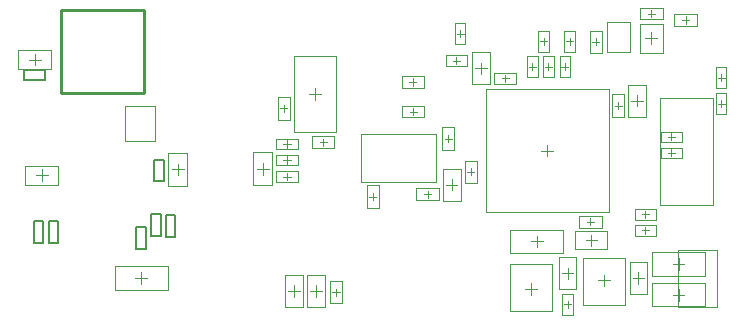
<source format=gbr>
%TF.GenerationSoftware,Altium Limited,Altium Designer,20.2.6 (244)*%
G04 Layer_Color=32768*
%FSLAX45Y45*%
%MOMM*%
%TF.SameCoordinates,BE144905-350C-4E41-9AB6-63F68E724E9C*%
%TF.FilePolarity,Positive*%
%TF.FileFunction,Other,Mechanical_15*%
%TF.Part,Single*%
G01*
G75*
%TA.AperFunction,NonConductor*%
%ADD61C,0.20000*%
%ADD63C,0.10000*%
%ADD76C,0.25400*%
%ADD79C,0.05000*%
D61*
X290000Y2250000D02*
X470000D01*
Y2170000D02*
Y2250000D01*
X290000Y2170000D02*
X470000D01*
X290000D02*
Y2250000D01*
X1320000Y740000D02*
Y920000D01*
X1240000Y740000D02*
X1320000D01*
X1240000D02*
Y920000D01*
X1320000D01*
X1365025Y850000D02*
Y1030000D01*
X1445025D01*
Y850000D02*
Y1030000D01*
X1365025Y850000D02*
X1445025D01*
X1490050Y840000D02*
Y1020000D01*
X1570050D01*
Y840000D02*
Y1020000D01*
X1490050Y840000D02*
X1570050D01*
X580000Y790000D02*
Y970000D01*
X500000Y790000D02*
X580000D01*
X500000D02*
Y970000D01*
X580000D01*
X450000Y790000D02*
Y970000D01*
X370000Y790000D02*
X450000D01*
X370000D02*
Y970000D01*
X450000D01*
X1470000Y1310000D02*
Y1490000D01*
X1390000Y1310000D02*
X1470000D01*
X1390000D02*
Y1490000D01*
X1470000D01*
D63*
X4667475Y1570050D02*
X4767475D01*
X4717475Y1520050D02*
Y1620050D01*
X5830000Y300000D02*
Y400000D01*
X5780000Y350000D02*
X5880000D01*
X4040000Y1390000D02*
X4100000D01*
X4070000Y1360000D02*
Y1420000D01*
X3910000Y1232500D02*
Y1327500D01*
X3862500Y1280000D02*
X3957500D01*
X3676000Y1200000D02*
X3736000D01*
X3706000Y1170000D02*
Y1230000D01*
X3240000Y1150000D02*
Y1210000D01*
X3210000Y1180000D02*
X3270000D01*
X3550000Y2150000D02*
X3610000D01*
X3580000Y2120000D02*
Y2180000D01*
X3552475Y1900000D02*
X3612475D01*
X3582475Y1870000D02*
Y1930000D01*
X3880000Y1640000D02*
Y1700000D01*
X3850000Y1670000D02*
X3910000D01*
X4109975Y2267576D02*
X4204975D01*
X4157475Y2220076D02*
Y2315076D01*
X3947500Y2300000D02*
Y2360000D01*
X3917500Y2330000D02*
X3977500D01*
X3950000Y2560000D02*
X4010000D01*
X3980000Y2530000D02*
Y2590000D01*
X4657475Y2495076D02*
X4717475D01*
X4687475Y2465076D02*
Y2525076D01*
X4562450Y2280051D02*
X4622450D01*
X4592450Y2250051D02*
Y2310051D01*
X4697475Y2280051D02*
X4757475D01*
X4727475Y2250051D02*
Y2310050D01*
X4837384Y2280051D02*
X4897384D01*
X4867384Y2250051D02*
Y2310051D01*
X4877475Y2495077D02*
X4937475D01*
X4907475Y2465077D02*
Y2525077D01*
X5098794Y2490000D02*
X5158794D01*
X5128794Y2460000D02*
Y2520000D01*
X5222500Y2660000D02*
X5417500D01*
Y2405000D02*
Y2660000D01*
X5222500Y2405000D02*
X5417500D01*
X5222500D02*
Y2660000D01*
X5430026Y1992500D02*
X5525026D01*
X5477525Y1945000D02*
Y2040000D01*
X5600000Y2470000D02*
Y2570000D01*
X5550000Y2520000D02*
X5650000D01*
X5890000Y2645041D02*
Y2705041D01*
X5860000Y2675041D02*
X5920000D01*
X6160000Y2187500D02*
X6220000D01*
X6190000Y2157500D02*
Y2217500D01*
X5767500Y1655025D02*
Y1715025D01*
X5737500Y1685025D02*
X5797500D01*
X5770000Y1520000D02*
Y1580000D01*
X5740000Y1550000D02*
X5800000D01*
X5547500Y1000000D02*
Y1060000D01*
X5517500Y1030000D02*
X5577500D01*
X5550000Y864975D02*
Y924975D01*
X5520000Y894975D02*
X5580000D01*
X5084000Y937525D02*
Y997525D01*
X5054000Y967525D02*
X5114000D01*
X5090000Y762500D02*
Y857500D01*
X5042500Y810000D02*
X5137500D01*
X5830000Y560000D02*
Y660000D01*
X5780000Y610000D02*
X5880000D01*
X5442475Y490000D02*
X5537474D01*
X5489975Y442500D02*
Y537500D01*
X5200000Y420000D02*
Y520000D01*
X5150000Y470000D02*
X5250000D01*
X4842500Y530000D02*
X4937500D01*
X4890000Y482500D02*
Y577500D01*
X4860000Y267500D02*
X4920000D01*
X4890000Y237500D02*
Y297500D01*
X4579974Y350000D02*
Y450000D01*
X4529974Y400000D02*
X4629974D01*
X2900000Y370000D02*
X2960000D01*
X2930000Y340000D02*
Y400000D01*
X2712500Y380000D02*
X2807500D01*
X2760000Y332500D02*
Y427500D01*
X2527474Y380000D02*
X2622474D01*
X2574974Y332500D02*
Y427500D01*
X2260000Y1415000D02*
X2360000D01*
X2310000Y1365000D02*
Y1465000D01*
X2230000Y1275000D02*
Y1555000D01*
X2390000Y1275000D02*
Y1555000D01*
X2230000Y1275000D02*
X2390000D01*
X2230000Y1555000D02*
X2390000D01*
X2515025Y1595026D02*
Y1655025D01*
X2485026Y1625025D02*
X2545025D01*
X2515025Y1460000D02*
Y1520000D01*
X2485026Y1490000D02*
X2545025D01*
X2515025Y1320000D02*
Y1380000D01*
X2485026Y1350000D02*
X2545025D01*
X2820000Y1610000D02*
Y1670000D01*
X2790000Y1640000D02*
X2850000D01*
X2457475Y1926000D02*
X2517475D01*
X2487475Y1896000D02*
Y1956000D01*
X380000Y2290000D02*
Y2390000D01*
X330000Y2340000D02*
X430000D01*
X240000Y2260000D02*
X520000D01*
X240000Y2420000D02*
X520000D01*
Y2260000D02*
Y2420000D01*
X240000Y2260000D02*
Y2420000D01*
X1280000Y440000D02*
Y540000D01*
X1230000Y490000D02*
X1330000D01*
X440000Y1309975D02*
Y1409975D01*
X390000Y1359975D02*
X490000D01*
X300000Y1279975D02*
X580000D01*
X300000Y1439975D02*
X580000D01*
Y1279975D02*
Y1439975D01*
X300000Y1279975D02*
Y1439975D01*
X1540025Y1410000D02*
X1640025D01*
X1590025Y1360000D02*
Y1460000D01*
X1510025Y1270000D02*
Y1550000D01*
X1670025Y1270000D02*
Y1550000D01*
X1510025Y1270000D02*
X1670025D01*
X1510025Y1550000D02*
X1670025D01*
X1145000Y1950000D02*
X1395000D01*
X1145000Y1650000D02*
Y1950000D01*
Y1650000D02*
X1395000D01*
Y1950000D01*
X3140000Y1307525D02*
X3780000D01*
X3140000D02*
Y1713925D01*
X3780000D01*
Y1307525D02*
Y1713925D01*
X5600000Y2700000D02*
Y2760000D01*
X5570000Y2730000D02*
X5630000D01*
X6190000Y1937500D02*
Y1997500D01*
X6160000Y1967500D02*
X6220000D01*
X5320000Y1920000D02*
Y1980000D01*
X5290000Y1950000D02*
X5350000D01*
X2700000Y2050000D02*
X2800000D01*
X2750000Y2000000D02*
Y2100000D01*
X4580000Y800000D02*
X4680000D01*
X4630000Y750000D02*
Y850000D01*
X4331475Y2180051D02*
X4391475D01*
X4361475Y2150051D02*
Y2210050D01*
D76*
X600000Y2760000D02*
X1300000D01*
Y2060000D02*
Y2760000D01*
X600000Y2060000D02*
X1300000D01*
X600000D02*
Y2760000D01*
D79*
X4197475Y1050050D02*
Y2090050D01*
X5237475Y1050050D02*
Y2090050D01*
X4197475D02*
X5237475D01*
X4197475Y1050050D02*
X5237475D01*
X5605000Y450000D02*
X6055000D01*
X5605000Y250000D02*
X6055000D01*
X5605000D02*
Y450000D01*
X6055000Y250000D02*
Y450000D01*
X6155100Y248700D02*
Y731300D01*
X5824900D02*
X6155100D01*
X5824900Y248700D02*
Y731300D01*
Y248700D02*
X6155100D01*
X4020000Y1295000D02*
Y1485000D01*
X4120000Y1295000D02*
Y1485000D01*
X4020000Y1295000D02*
X4120000D01*
X4020000Y1485000D02*
X4120000D01*
X3835000Y1145000D02*
X3985000D01*
X3835000Y1415000D02*
X3985000D01*
X3835000Y1145000D02*
Y1415000D01*
X3985000Y1145000D02*
Y1415000D01*
X3611000Y1150000D02*
Y1250000D01*
X3801000Y1150000D02*
Y1250000D01*
X3611000D02*
X3801000D01*
X3611000Y1150000D02*
X3801000D01*
X3190000Y1085000D02*
X3290000D01*
X3190000Y1275000D02*
X3290000D01*
X3190000Y1085000D02*
Y1275000D01*
X3290000Y1085000D02*
Y1275000D01*
X3485000Y2100000D02*
Y2200000D01*
X3675000Y2100000D02*
Y2200000D01*
X3485000D02*
X3675000D01*
X3485000Y2100000D02*
X3675000D01*
X3487475Y1850000D02*
Y1950000D01*
X3677475Y1850000D02*
Y1950000D01*
X3487475D02*
X3677475D01*
X3487475Y1850000D02*
X3677475D01*
X3830000Y1765000D02*
X3930000D01*
X3830000Y1575000D02*
X3930000D01*
Y1765000D01*
X3830000Y1575000D02*
Y1765000D01*
X4082475Y2132576D02*
Y2402576D01*
X4232475Y2132576D02*
Y2402576D01*
X4082475Y2132576D02*
X4232475D01*
X4082475Y2402576D02*
X4232475D01*
X3857500Y2375000D02*
X4037500D01*
X3857500Y2285000D02*
X4037500D01*
X3857500D02*
Y2375000D01*
X4037500Y2285000D02*
Y2375000D01*
X3935000Y2470000D02*
Y2650000D01*
X4025000Y2470000D02*
Y2650000D01*
X3935000Y2470000D02*
X4025000D01*
X3935000Y2650000D02*
X4025000D01*
X4732475Y2405076D02*
Y2585076D01*
X4642475Y2405076D02*
Y2585076D01*
X4732475D01*
X4642475Y2405076D02*
X4732475D01*
X4547450Y2190051D02*
Y2370051D01*
X4637450Y2190051D02*
Y2370051D01*
X4547450Y2190051D02*
X4637450D01*
X4547450Y2370051D02*
X4637450D01*
X4682475Y2190050D02*
Y2370051D01*
X4772475Y2190050D02*
Y2370051D01*
X4682475Y2190050D02*
X4772475D01*
X4682475Y2370051D02*
X4772475D01*
X4822384Y2190051D02*
Y2370051D01*
X4912384Y2190051D02*
Y2370051D01*
X4822384Y2190051D02*
X4912384D01*
X4822384Y2370051D02*
X4912384D01*
X4952475Y2405077D02*
Y2585077D01*
X4862475Y2405077D02*
Y2585077D01*
X4952475D01*
X4862475Y2405077D02*
X4952475D01*
X5078794Y2395000D02*
Y2585000D01*
X5178794Y2395000D02*
Y2585000D01*
X5078794Y2395000D02*
X5178794D01*
X5078794Y2585000D02*
X5178794D01*
X5552526Y1857500D02*
Y2127500D01*
X5402526Y1857500D02*
Y2127500D01*
X5552526D01*
X5402526Y1857500D02*
X5552526D01*
X5500000Y2397500D02*
X5700000D01*
X5500000Y2642500D02*
X5700000D01*
X5500000Y2397500D02*
Y2642500D01*
X5700000Y2397500D02*
Y2642500D01*
X5795000Y2725041D02*
X5985000D01*
X5795000Y2625041D02*
X5985000D01*
X5795000D02*
Y2725041D01*
X5985000Y2625041D02*
Y2725041D01*
X6145000Y2097500D02*
Y2277500D01*
X6235000Y2097500D02*
Y2277500D01*
X6145000Y2097500D02*
X6235000D01*
X6145000Y2277500D02*
X6235000D01*
X5677500Y1640025D02*
X5857500D01*
X5677500Y1730025D02*
X5857500D01*
Y1640025D02*
Y1730025D01*
X5677500Y1640025D02*
Y1730025D01*
X5680000Y1505000D02*
X5860000D01*
X5680000Y1595000D02*
X5860000D01*
Y1505000D02*
Y1595000D01*
X5680000Y1505000D02*
Y1595000D01*
X5457500Y1075000D02*
X5637500D01*
X5457500Y985000D02*
X5637500D01*
X5457500D02*
Y1075000D01*
X5637500Y985000D02*
Y1075000D01*
X5460000Y939975D02*
X5640000D01*
X5460000Y849975D02*
X5640000D01*
X5460000D02*
Y939975D01*
X5640000Y849975D02*
Y939975D01*
X4989000Y917525D02*
X5179000D01*
X4989000Y1017525D02*
X5179000D01*
Y917525D02*
Y1017525D01*
X4989000Y917525D02*
Y1017525D01*
X4955000Y735000D02*
X5225000D01*
X4955000Y885000D02*
X5225000D01*
Y735000D02*
Y885000D01*
X4955000Y735000D02*
Y885000D01*
X5605000Y710000D02*
X6055000D01*
X5605000Y510000D02*
X6055000D01*
X5605000D02*
Y710000D01*
X6055000Y510000D02*
Y710000D01*
X5414974Y355000D02*
Y625000D01*
X5564974Y355000D02*
Y625000D01*
X5414974Y355000D02*
X5564974D01*
X5414974Y625000D02*
X5564974D01*
X5025000Y260000D02*
X5375000D01*
X5025000Y657500D02*
X5375000D01*
X5025000Y260000D02*
Y657500D01*
X5375000Y260000D02*
Y657500D01*
X4815000Y395000D02*
Y665000D01*
X4965000Y395000D02*
Y665000D01*
X4815000Y395000D02*
X4965000D01*
X4815000Y665000D02*
X4965000D01*
X4935000Y177500D02*
Y357500D01*
X4845000Y177500D02*
Y357500D01*
X4935000D01*
X4845000Y177500D02*
X4935000D01*
X4404974Y610000D02*
X4754974D01*
X4404974Y212500D02*
X4754974D01*
Y610000D01*
X4404974Y212500D02*
Y610000D01*
X2880000Y275000D02*
Y465000D01*
X2980000Y275000D02*
Y465000D01*
X2880000Y275000D02*
X2980000D01*
X2880000Y465000D02*
X2980000D01*
X2685000Y245000D02*
Y515000D01*
X2835000Y245000D02*
Y515000D01*
X2685000Y245000D02*
X2835000D01*
X2685000Y515000D02*
X2835000D01*
X2499974Y245000D02*
Y515000D01*
X2649974Y245000D02*
Y515000D01*
X2499974Y245000D02*
X2649974D01*
X2499974Y515000D02*
X2649974D01*
X2425025Y1580025D02*
X2605026D01*
X2425025Y1670025D02*
X2605026D01*
Y1580025D02*
Y1670025D01*
X2425025Y1580025D02*
Y1670025D01*
Y1445000D02*
X2605026D01*
X2425025Y1535000D02*
X2605026D01*
Y1445000D02*
Y1535000D01*
X2425025Y1445000D02*
Y1535000D01*
Y1305000D02*
X2605026D01*
X2425025Y1395000D02*
X2605026D01*
Y1305000D02*
Y1395000D01*
X2425025Y1305000D02*
Y1395000D01*
X2725000Y1590000D02*
X2915000D01*
X2725000Y1690000D02*
X2915000D01*
Y1590000D02*
Y1690000D01*
X2725000Y1590000D02*
Y1690000D01*
X2437475Y1831000D02*
Y2021000D01*
X2537475Y1831000D02*
Y2021000D01*
X2437475Y1831000D02*
X2537475D01*
X2437475Y2021000D02*
X2537475D01*
X1055000Y590000D02*
X1505000D01*
X1055000Y390000D02*
X1505000D01*
X1055000D02*
Y590000D01*
X1505000Y390000D02*
Y590000D01*
X5505000Y2780000D02*
X5695000D01*
X5505000Y2680000D02*
X5695000D01*
X5505000D02*
Y2780000D01*
X5695000Y2680000D02*
Y2780000D01*
X6145000Y2057500D02*
X6235000D01*
X6145000Y1877500D02*
X6235000D01*
Y2057500D01*
X6145000Y1877500D02*
Y2057500D01*
X5270000Y1855000D02*
X5370000D01*
X5270000Y2045000D02*
X5370000D01*
X5270000Y1855000D02*
Y2045000D01*
X5370000Y1855000D02*
Y2045000D01*
X5670000Y1112500D02*
X6120000D01*
Y2017500D01*
X5670000D02*
X6120000D01*
X5670000Y1112500D02*
Y2017500D01*
X2570000Y1730000D02*
Y2370000D01*
X2930000Y1730000D02*
Y2370000D01*
X2570000Y1730000D02*
X2930000D01*
X2570000Y2370000D02*
X2930000D01*
X4855000Y700000D02*
Y900000D01*
X4405000Y700000D02*
Y900000D01*
Y700000D02*
X4855000D01*
X4405000Y900000D02*
X4855000D01*
X4456475Y2130051D02*
Y2230051D01*
X4266475Y2130051D02*
Y2230051D01*
Y2130051D02*
X4456475D01*
X4266475Y2230051D02*
X4456475D01*
%TF.MD5,e17e5bfbc7a46ec95fdb93ed4223c2a9*%
M02*

</source>
